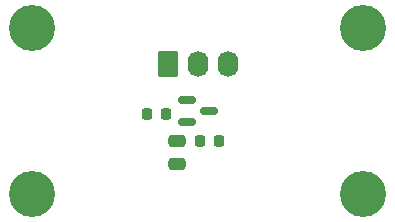
<source format=gts>
G04 #@! TF.GenerationSoftware,KiCad,Pcbnew,6.0.2+dfsg-1*
G04 #@! TF.CreationDate,2022-12-16T18:51:45-08:00*
G04 #@! TF.ProjectId,mag_sensor,6d61675f-7365-46e7-936f-722e6b696361,rev?*
G04 #@! TF.SameCoordinates,Original*
G04 #@! TF.FileFunction,Soldermask,Top*
G04 #@! TF.FilePolarity,Negative*
%FSLAX46Y46*%
G04 Gerber Fmt 4.6, Leading zero omitted, Abs format (unit mm)*
G04 Created by KiCad (PCBNEW 6.0.2+dfsg-1) date 2022-12-16 18:51:45*
%MOMM*%
%LPD*%
G01*
G04 APERTURE LIST*
G04 Aperture macros list*
%AMRoundRect*
0 Rectangle with rounded corners*
0 $1 Rounding radius*
0 $2 $3 $4 $5 $6 $7 $8 $9 X,Y pos of 4 corners*
0 Add a 4 corners polygon primitive as box body*
4,1,4,$2,$3,$4,$5,$6,$7,$8,$9,$2,$3,0*
0 Add four circle primitives for the rounded corners*
1,1,$1+$1,$2,$3*
1,1,$1+$1,$4,$5*
1,1,$1+$1,$6,$7*
1,1,$1+$1,$8,$9*
0 Add four rect primitives between the rounded corners*
20,1,$1+$1,$2,$3,$4,$5,0*
20,1,$1+$1,$4,$5,$6,$7,0*
20,1,$1+$1,$6,$7,$8,$9,0*
20,1,$1+$1,$8,$9,$2,$3,0*%
G04 Aperture macros list end*
%ADD10C,3.900000*%
%ADD11RoundRect,0.250000X0.475000X-0.250000X0.475000X0.250000X-0.475000X0.250000X-0.475000X-0.250000X0*%
%ADD12RoundRect,0.225000X0.225000X0.250000X-0.225000X0.250000X-0.225000X-0.250000X0.225000X-0.250000X0*%
%ADD13RoundRect,0.150000X-0.587500X-0.150000X0.587500X-0.150000X0.587500X0.150000X-0.587500X0.150000X0*%
%ADD14RoundRect,0.250000X-0.620000X-0.845000X0.620000X-0.845000X0.620000X0.845000X-0.620000X0.845000X0*%
%ADD15O,1.740000X2.190000*%
G04 APERTURE END LIST*
D10*
X136000000Y-93000000D03*
D11*
X148250000Y-104450000D03*
X148250000Y-102550000D03*
D12*
X151775000Y-102500000D03*
X150225000Y-102500000D03*
X147275000Y-100250000D03*
X145725000Y-100250000D03*
D10*
X164000000Y-93000000D03*
X136000000Y-107000000D03*
X164000000Y-107000000D03*
D13*
X149062500Y-99050000D03*
X149062500Y-100950000D03*
X150937500Y-100000000D03*
D14*
X147500000Y-96000000D03*
D15*
X150040000Y-96000000D03*
X152580000Y-96000000D03*
M02*

</source>
